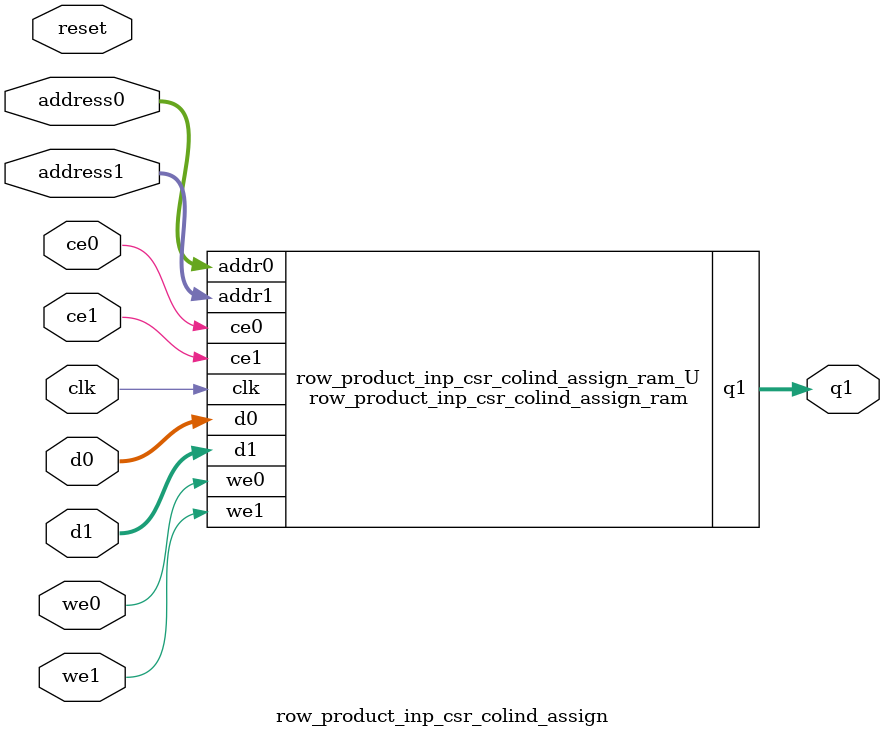
<source format=v>
`timescale 1 ns / 1 ps
module row_product_inp_csr_colind_assign_ram (addr0, ce0, d0, we0, addr1, ce1, d1, we1, q1,  clk);

parameter DWIDTH = 32;
parameter AWIDTH = 5;
parameter MEM_SIZE = 25;

input[AWIDTH-1:0] addr0;
input ce0;
input[DWIDTH-1:0] d0;
input we0;
input[AWIDTH-1:0] addr1;
input ce1;
input[DWIDTH-1:0] d1;
input we1;
output reg[DWIDTH-1:0] q1;
input clk;

reg [DWIDTH-1:0] ram[0:MEM_SIZE-1];




always @(posedge clk)  
begin 
    if (ce0) begin
        if (we0) 
            ram[addr0] <= d0; 
    end
end


always @(posedge clk)  
begin 
    if (ce1) begin
        if (we1) 
            ram[addr1] <= d1; 
        q1 <= ram[addr1];
    end
end


endmodule

`timescale 1 ns / 1 ps
module row_product_inp_csr_colind_assign(
    reset,
    clk,
    address0,
    ce0,
    we0,
    d0,
    address1,
    ce1,
    we1,
    d1,
    q1);

parameter DataWidth = 32'd32;
parameter AddressRange = 32'd25;
parameter AddressWidth = 32'd5;
input reset;
input clk;
input[AddressWidth - 1:0] address0;
input ce0;
input we0;
input[DataWidth - 1:0] d0;
input[AddressWidth - 1:0] address1;
input ce1;
input we1;
input[DataWidth - 1:0] d1;
output[DataWidth - 1:0] q1;



row_product_inp_csr_colind_assign_ram row_product_inp_csr_colind_assign_ram_U(
    .clk( clk ),
    .addr0( address0 ),
    .ce0( ce0 ),
    .we0( we0 ),
    .d0( d0 ),
    .addr1( address1 ),
    .ce1( ce1 ),
    .we1( we1 ),
    .d1( d1 ),
    .q1( q1 ));

endmodule


</source>
